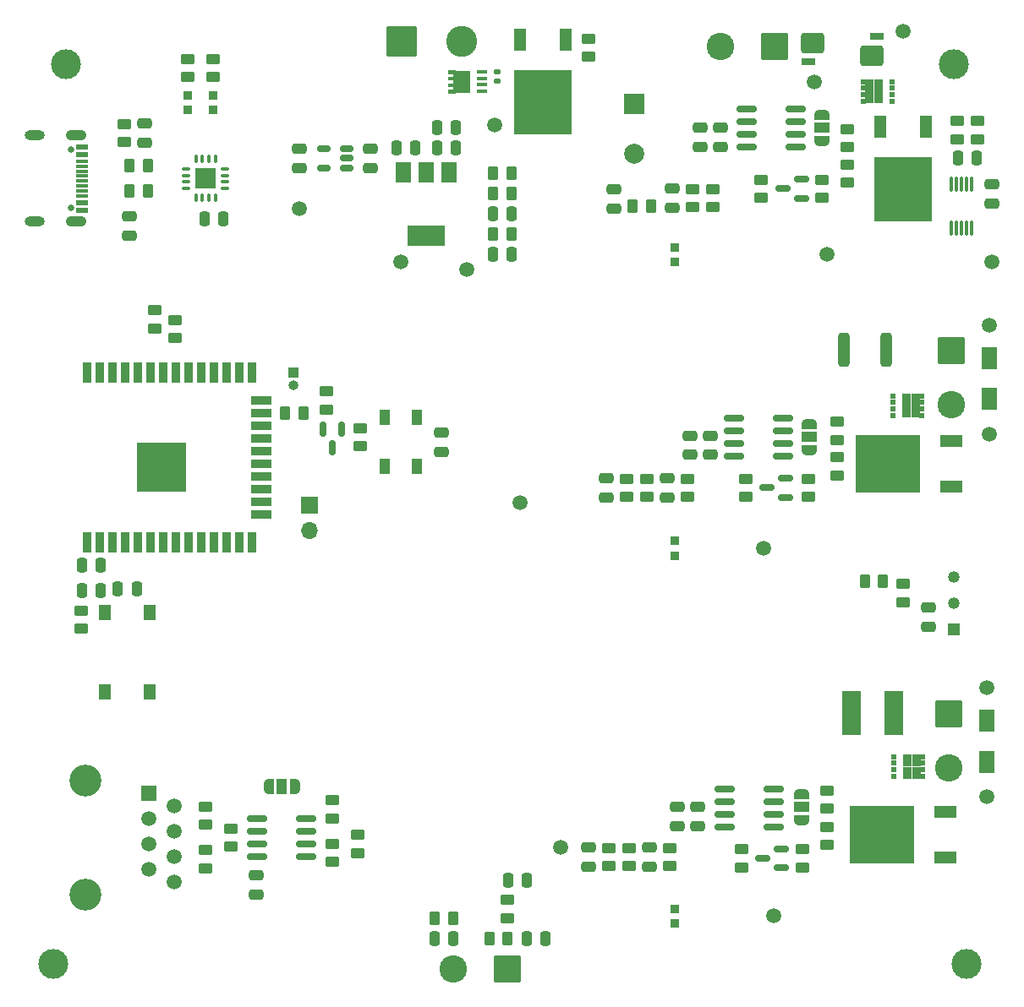
<source format=gts>
%TF.GenerationSoftware,KiCad,Pcbnew,(6.0.0)*%
%TF.CreationDate,2022-03-08T01:27:21+02:00*%
%TF.ProjectId,CDH_ECU1.2,4344485f-4543-4553-912e-322e6b696361,1.2*%
%TF.SameCoordinates,Original*%
%TF.FileFunction,Soldermask,Top*%
%TF.FilePolarity,Negative*%
%FSLAX46Y46*%
G04 Gerber Fmt 4.6, Leading zero omitted, Abs format (unit mm)*
G04 Created by KiCad (PCBNEW (6.0.0)) date 2022-03-08 01:27:21*
%MOMM*%
%LPD*%
G01*
G04 APERTURE LIST*
G04 Aperture macros list*
%AMRoundRect*
0 Rectangle with rounded corners*
0 $1 Rounding radius*
0 $2 $3 $4 $5 $6 $7 $8 $9 X,Y pos of 4 corners*
0 Add a 4 corners polygon primitive as box body*
4,1,4,$2,$3,$4,$5,$6,$7,$8,$9,$2,$3,0*
0 Add four circle primitives for the rounded corners*
1,1,$1+$1,$2,$3*
1,1,$1+$1,$4,$5*
1,1,$1+$1,$6,$7*
1,1,$1+$1,$8,$9*
0 Add four rect primitives between the rounded corners*
20,1,$1+$1,$2,$3,$4,$5,0*
20,1,$1+$1,$4,$5,$6,$7,0*
20,1,$1+$1,$6,$7,$8,$9,0*
20,1,$1+$1,$8,$9,$2,$3,0*%
%AMFreePoly0*
4,1,22,0.550000,-0.750000,0.000000,-0.750000,0.000000,-0.745033,-0.079941,-0.743568,-0.215256,-0.701293,-0.333266,-0.622738,-0.424486,-0.514219,-0.481581,-0.384460,-0.499164,-0.250000,-0.500000,-0.250000,-0.500000,0.250000,-0.499164,0.250000,-0.499963,0.256109,-0.478152,0.396186,-0.417904,0.524511,-0.324060,0.630769,-0.204165,0.706417,-0.067858,0.745374,0.000000,0.744959,0.000000,0.750000,
0.550000,0.750000,0.550000,-0.750000,0.550000,-0.750000,$1*%
%AMFreePoly1*
4,1,20,0.000000,0.744959,0.073905,0.744508,0.209726,0.703889,0.328688,0.626782,0.421226,0.519385,0.479903,0.390333,0.500000,0.250000,0.500000,-0.250000,0.499851,-0.262216,0.476331,-0.402017,0.414519,-0.529596,0.319384,-0.634700,0.198574,-0.708877,0.061801,-0.746166,0.000000,-0.745033,0.000000,-0.750000,-0.550000,-0.750000,-0.550000,0.750000,0.000000,0.750000,0.000000,0.744959,
0.000000,0.744959,$1*%
%AMFreePoly2*
4,1,21,1.372500,0.787500,0.862500,0.787500,0.862500,0.532500,1.372500,0.532500,1.372500,0.127500,0.862500,0.127500,0.862500,-0.127500,1.372500,-0.127500,1.372500,-0.532500,0.862500,-0.532500,0.862500,-0.787500,1.372500,-0.787500,1.372500,-1.195000,0.612500,-1.195000,0.612500,-1.117500,-0.862500,-1.117500,-0.862500,1.117500,0.612500,1.117500,0.612500,1.195000,1.372500,1.195000,
1.372500,0.787500,1.372500,0.787500,$1*%
G04 Aperture macros list end*
%ADD10RoundRect,0.250000X0.475000X-0.250000X0.475000X0.250000X-0.475000X0.250000X-0.475000X-0.250000X0*%
%ADD11RoundRect,0.250000X-1.125000X1.125000X-1.125000X-1.125000X1.125000X-1.125000X1.125000X1.125000X0*%
%ADD12C,2.750000*%
%ADD13RoundRect,0.243600X-0.901400X-0.771400X0.901400X-0.771400X0.901400X0.771400X-0.901400X0.771400X0*%
%ADD14RoundRect,0.091200X-0.608800X-0.288800X0.608800X-0.288800X0.608800X0.288800X-0.608800X0.288800X0*%
%ADD15RoundRect,0.190000X-0.510000X-0.190000X0.510000X-0.190000X0.510000X0.190000X-0.510000X0.190000X0*%
%ADD16RoundRect,0.250000X0.450000X-0.262500X0.450000X0.262500X-0.450000X0.262500X-0.450000X-0.262500X0*%
%ADD17R,0.630000X0.500000*%
%ADD18R,0.950000X1.230000*%
%ADD19C,1.500000*%
%ADD20RoundRect,0.150000X0.587500X0.150000X-0.587500X0.150000X-0.587500X-0.150000X0.587500X-0.150000X0*%
%ADD21RoundRect,0.250000X0.250000X0.475000X-0.250000X0.475000X-0.250000X-0.475000X0.250000X-0.475000X0*%
%ADD22RoundRect,0.250000X-0.450000X0.262500X-0.450000X-0.262500X0.450000X-0.262500X0.450000X0.262500X0*%
%ADD23RoundRect,0.250000X-0.250000X-0.475000X0.250000X-0.475000X0.250000X0.475000X-0.250000X0.475000X0*%
%ADD24R,2.200000X1.200000*%
%ADD25R,6.400000X5.800000*%
%ADD26C,3.200000*%
%ADD27R,1.500000X1.500000*%
%ADD28R,1.200000X2.200000*%
%ADD29R,5.800000X6.400000*%
%ADD30RoundRect,0.250000X-0.262500X-0.450000X0.262500X-0.450000X0.262500X0.450000X-0.262500X0.450000X0*%
%ADD31FreePoly0,270.000000*%
%ADD32R,1.500000X1.000000*%
%ADD33FreePoly1,270.000000*%
%ADD34C,3.000000*%
%ADD35R,1.600000X2.250000*%
%ADD36R,2.000000X2.000000*%
%ADD37C,2.000000*%
%ADD38RoundRect,0.250000X-0.475000X0.250000X-0.475000X-0.250000X0.475000X-0.250000X0.475000X0.250000X0*%
%ADD39RoundRect,0.250000X0.262500X0.450000X-0.262500X0.450000X-0.262500X-0.450000X0.262500X-0.450000X0*%
%ADD40R,0.900000X2.000000*%
%ADD41R,2.000000X0.900000*%
%ADD42R,5.000000X5.000000*%
%ADD43RoundRect,0.250000X0.312500X1.450000X-0.312500X1.450000X-0.312500X-1.450000X0.312500X-1.450000X0*%
%ADD44R,1.190000X1.190000*%
%ADD45C,1.190000*%
%ADD46R,0.950000X0.950000*%
%ADD47FreePoly0,0.000000*%
%ADD48R,1.000000X1.500000*%
%ADD49FreePoly1,0.000000*%
%ADD50R,1.500000X2.000000*%
%ADD51R,3.800000X2.000000*%
%ADD52R,0.990000X0.405000*%
%ADD53FreePoly2,180.000000*%
%ADD54RoundRect,0.150000X0.825000X0.150000X-0.825000X0.150000X-0.825000X-0.150000X0.825000X-0.150000X0*%
%ADD55R,1.700000X1.700000*%
%ADD56O,1.700000X1.700000*%
%ADD57RoundRect,0.250000X1.125000X1.125000X-1.125000X1.125000X-1.125000X-1.125000X1.125000X-1.125000X0*%
%ADD58RoundRect,0.075000X0.075000X-0.650000X0.075000X0.650000X-0.075000X0.650000X-0.075000X-0.650000X0*%
%ADD59R,1.300000X1.550000*%
%ADD60RoundRect,0.150000X0.512500X0.150000X-0.512500X0.150000X-0.512500X-0.150000X0.512500X-0.150000X0*%
%ADD61RoundRect,0.147500X0.172500X-0.147500X0.172500X0.147500X-0.172500X0.147500X-0.172500X-0.147500X0*%
%ADD62RoundRect,0.075000X-0.075000X0.350000X-0.075000X-0.350000X0.075000X-0.350000X0.075000X0.350000X0*%
%ADD63RoundRect,0.075000X-0.350000X0.075000X-0.350000X-0.075000X0.350000X-0.075000X0.350000X0.075000X0*%
%ADD64R,2.100000X2.100000*%
%ADD65RoundRect,0.249999X-1.300001X-1.300001X1.300001X-1.300001X1.300001X1.300001X-1.300001X1.300001X0*%
%ADD66C,3.100000*%
%ADD67C,0.650000*%
%ADD68R,1.150000X0.600000*%
%ADD69R,1.150000X0.300000*%
%ADD70O,2.000000X1.000000*%
%ADD71O,2.100000X1.050000*%
%ADD72R,1.000000X1.000000*%
%ADD73O,1.000000X1.000000*%
%ADD74R,1.900000X4.440000*%
%ADD75RoundRect,0.150000X-0.150000X0.587500X-0.150000X-0.587500X0.150000X-0.587500X0.150000X0.587500X0*%
G04 APERTURE END LIST*
D10*
X177546000Y-63876000D03*
X177546000Y-61976000D03*
D11*
X205486000Y-78232000D03*
D12*
X205486000Y-83632000D03*
D13*
X191579000Y-47371000D03*
D14*
X191134000Y-49276000D03*
D15*
X197994000Y-46736000D03*
D13*
X197549000Y-48641000D03*
D10*
X177038000Y-92898000D03*
X177038000Y-90998000D03*
D16*
X194056000Y-87169000D03*
X194056000Y-85344000D03*
D17*
X199630000Y-82756000D03*
X199630000Y-83396000D03*
X199630000Y-84056000D03*
X199630000Y-84696000D03*
D18*
X200980000Y-83116000D03*
X201930000Y-83116000D03*
D17*
X202510000Y-82756000D03*
D18*
X201930000Y-84336000D03*
D17*
X202510000Y-84056000D03*
D18*
X200980000Y-84336000D03*
D17*
X202510000Y-83396000D03*
X202510000Y-84696000D03*
D10*
X154432000Y-88326000D03*
X154432000Y-86426000D03*
D19*
X191770000Y-51308000D03*
X209296000Y-75692000D03*
D20*
X190500000Y-62926000D03*
X190500000Y-61026000D03*
X188625000Y-61976000D03*
D21*
X155636000Y-137160000D03*
X153736000Y-137160000D03*
D16*
X195072000Y-57808500D03*
X195072000Y-55983500D03*
D22*
X179070000Y-91035500D03*
X179070000Y-92860500D03*
D11*
X205232000Y-114648000D03*
D12*
X205232000Y-120048000D03*
D19*
X186690000Y-98044000D03*
D23*
X159578000Y-68580000D03*
X161478000Y-68580000D03*
D24*
X205436000Y-91848000D03*
D25*
X199136000Y-89568000D03*
D24*
X205436000Y-87288000D03*
D26*
X118745000Y-121285000D03*
X118745000Y-132715000D03*
D27*
X125095000Y-122555000D03*
D19*
X127635000Y-123825000D03*
X125095000Y-125095000D03*
X127635000Y-126365000D03*
X125095000Y-127635000D03*
X127635000Y-128905000D03*
X125095000Y-130175000D03*
X127635000Y-131445000D03*
D28*
X166872000Y-47040000D03*
D29*
X164592000Y-53340000D03*
D28*
X162312000Y-47040000D03*
D30*
X153773500Y-135128000D03*
X155598500Y-135128000D03*
D22*
X161036000Y-133270000D03*
X161036000Y-135095000D03*
D31*
X192532000Y-54580000D03*
D32*
X192532000Y-55880000D03*
D33*
X192532000Y-57180000D03*
D31*
X190500000Y-122652000D03*
D32*
X190500000Y-123952000D03*
D33*
X190500000Y-125252000D03*
D30*
X123190000Y-59690000D03*
X125015000Y-59690000D03*
D34*
X115570000Y-139700000D03*
D22*
X181610000Y-62013500D03*
X181610000Y-63838500D03*
D24*
X204860000Y-129026000D03*
D25*
X198560000Y-126746000D03*
D24*
X204860000Y-124466000D03*
D35*
X209296000Y-78958000D03*
X209296000Y-83058000D03*
D19*
X150368000Y-69342000D03*
D34*
X205740000Y-49530000D03*
D10*
X123190000Y-66670000D03*
X123190000Y-64770000D03*
D36*
X173736000Y-53512323D03*
D37*
X173736000Y-58512323D03*
D16*
X143510000Y-129460000D03*
X143510000Y-127635000D03*
X172974000Y-92860500D03*
X172974000Y-91035500D03*
D38*
X181356000Y-86746000D03*
X181356000Y-88646000D03*
D16*
X190578500Y-130010500D03*
X190578500Y-128185500D03*
X127762000Y-76962000D03*
X127762000Y-75137000D03*
X208102200Y-56993800D03*
X208102200Y-55168800D03*
D22*
X193040000Y-125937000D03*
X193040000Y-127762000D03*
D39*
X175410500Y-63754000D03*
X173585500Y-63754000D03*
D10*
X140208000Y-59878000D03*
X140208000Y-57978000D03*
D23*
X162946000Y-137127000D03*
X164846000Y-137127000D03*
D35*
X209042000Y-115298000D03*
X209042000Y-119398000D03*
D40*
X118915000Y-97400000D03*
X120185000Y-97400000D03*
X121455000Y-97400000D03*
X122725000Y-97400000D03*
X123995000Y-97400000D03*
X125265000Y-97400000D03*
X126535000Y-97400000D03*
X127805000Y-97400000D03*
X129075000Y-97400000D03*
X130345000Y-97400000D03*
X131615000Y-97400000D03*
X132885000Y-97400000D03*
X134155000Y-97400000D03*
X135425000Y-97400000D03*
D41*
X136425000Y-94615000D03*
X136425000Y-93345000D03*
X136425000Y-92075000D03*
X136425000Y-90805000D03*
X136425000Y-89535000D03*
X136425000Y-88265000D03*
X136425000Y-86995000D03*
X136425000Y-85725000D03*
X136425000Y-84455000D03*
X136425000Y-83185000D03*
D40*
X135425000Y-80400000D03*
X134155000Y-80400000D03*
X132885000Y-80400000D03*
X131615000Y-80400000D03*
X130345000Y-80400000D03*
X129075000Y-80400000D03*
X127805000Y-80400000D03*
X126535000Y-80400000D03*
X125265000Y-80400000D03*
X123995000Y-80400000D03*
X122725000Y-80400000D03*
X121455000Y-80400000D03*
X120185000Y-80400000D03*
X118915000Y-80400000D03*
D42*
X126415000Y-89900000D03*
D43*
X198987500Y-78138000D03*
X194712500Y-78138000D03*
D22*
X175006000Y-91035500D03*
X175006000Y-92860500D03*
D23*
X122023500Y-102108000D03*
X123923500Y-102108000D03*
D38*
X169182750Y-128016000D03*
X169182750Y-129916000D03*
D16*
X133350000Y-127912500D03*
X133350000Y-126087500D03*
D17*
X199728000Y-118918000D03*
X199728000Y-119558000D03*
X199728000Y-120218000D03*
X199728000Y-120858000D03*
X202608000Y-119558000D03*
X202608000Y-118918000D03*
D18*
X202028000Y-120498000D03*
X201078000Y-119278000D03*
D17*
X202608000Y-120858000D03*
D18*
X201078000Y-120498000D03*
D17*
X202608000Y-120218000D03*
D18*
X202028000Y-119278000D03*
D16*
X129032000Y-50800000D03*
X129032000Y-48975000D03*
D44*
X205711000Y-106172000D03*
D45*
X205711000Y-103522000D03*
X205711000Y-100872000D03*
D39*
X161036000Y-137127000D03*
X159211000Y-137127000D03*
D46*
X131572000Y-54090000D03*
X131572000Y-52590000D03*
D47*
X137130000Y-121920000D03*
D48*
X138430000Y-121920000D03*
D49*
X139730000Y-121920000D03*
D23*
X118430000Y-99695000D03*
X120330000Y-99695000D03*
D46*
X177800000Y-98782000D03*
X177800000Y-97282000D03*
D16*
X191135000Y-92860500D03*
X191135000Y-91035500D03*
D30*
X159595500Y-60452000D03*
X161420500Y-60452000D03*
D19*
X156972000Y-70104000D03*
D34*
X207010000Y-139700000D03*
D19*
X209042000Y-112014000D03*
D16*
X206095600Y-56993800D03*
X206095600Y-55168800D03*
D19*
X187706000Y-134874000D03*
D16*
X193040000Y-124102500D03*
X193040000Y-122277500D03*
D22*
X142875000Y-82272500D03*
X142875000Y-84097500D03*
D38*
X180086000Y-123952000D03*
X180086000Y-125852000D03*
D10*
X171704000Y-63942000D03*
X171704000Y-62042000D03*
D50*
X155208000Y-60350000D03*
X152908000Y-60350000D03*
X150608000Y-60350000D03*
D51*
X152908000Y-66650000D03*
D22*
X118364000Y-104243500D03*
X118364000Y-106068500D03*
D48*
X151968000Y-84926000D03*
X148768000Y-84926000D03*
X148768000Y-89826000D03*
X151968000Y-89826000D03*
D21*
X161478000Y-64516000D03*
X159578000Y-64516000D03*
D16*
X122682000Y-57300500D03*
X122682000Y-55475500D03*
X171214750Y-129878500D03*
X171214750Y-128053500D03*
D22*
X195072000Y-59539500D03*
X195072000Y-61364500D03*
D52*
X158456500Y-52230000D03*
X158456500Y-51570000D03*
X158456500Y-50910000D03*
X158456500Y-50250000D03*
D53*
X156464000Y-51240000D03*
D28*
X202940000Y-55744000D03*
D29*
X200660000Y-62044000D03*
D28*
X198380000Y-55744000D03*
D54*
X188657000Y-88773000D03*
X188657000Y-87503000D03*
X188657000Y-86233000D03*
X188657000Y-84963000D03*
X183707000Y-84963000D03*
X183707000Y-86233000D03*
X183707000Y-87503000D03*
X183707000Y-88773000D03*
D55*
X141224000Y-93726000D03*
D56*
X141224000Y-96266000D03*
D38*
X147320000Y-57978000D03*
X147320000Y-59878000D03*
D57*
X161036000Y-140208000D03*
D12*
X155636000Y-140208000D03*
D16*
X184482500Y-130010500D03*
X184482500Y-128185500D03*
D19*
X193040000Y-68580000D03*
D58*
X205502000Y-65954000D03*
X206002000Y-65954000D03*
X206502000Y-65954000D03*
X207002000Y-65954000D03*
X207502000Y-65954000D03*
X207502000Y-61554000D03*
X207002000Y-61554000D03*
X206502000Y-61554000D03*
X206002000Y-61554000D03*
X205502000Y-61554000D03*
D38*
X124714000Y-55438000D03*
X124714000Y-57338000D03*
D19*
X159766000Y-55626000D03*
D23*
X149926000Y-57912000D03*
X151826000Y-57912000D03*
D30*
X159595500Y-62484000D03*
X161420500Y-62484000D03*
D16*
X131572000Y-50800000D03*
X131572000Y-48975000D03*
D39*
X198628000Y-101346000D03*
X196803000Y-101346000D03*
D10*
X209550000Y-63434000D03*
X209550000Y-61534000D03*
D23*
X118430000Y-102235000D03*
X120330000Y-102235000D03*
D21*
X208026000Y-58877200D03*
X206126000Y-58877200D03*
D16*
X146050000Y-128547500D03*
X146050000Y-126722500D03*
X200660000Y-103425000D03*
X200660000Y-101600000D03*
D59*
X125223500Y-104478000D03*
X125223500Y-112438000D03*
X120723500Y-112438000D03*
X120723500Y-104478000D03*
D16*
X186436000Y-62888500D03*
X186436000Y-61063500D03*
X192532000Y-62888500D03*
X192532000Y-61063500D03*
X184912000Y-92860500D03*
X184912000Y-91035500D03*
D39*
X125015000Y-62230000D03*
X123190000Y-62230000D03*
D22*
X173246750Y-128053500D03*
X173246750Y-129878500D03*
D38*
X180340000Y-55880000D03*
X180340000Y-57780000D03*
D60*
X144901500Y-59878000D03*
X144901500Y-58928000D03*
X144901500Y-57978000D03*
X142626500Y-57978000D03*
X142626500Y-59878000D03*
D54*
X187706000Y-125984000D03*
X187706000Y-124714000D03*
X187706000Y-123444000D03*
X187706000Y-122174000D03*
X182756000Y-122174000D03*
X182756000Y-123444000D03*
X182756000Y-124714000D03*
X182756000Y-125984000D03*
D20*
X188897500Y-92898000D03*
X188897500Y-90998000D03*
X187022500Y-91948000D03*
D19*
X209550000Y-69342000D03*
D22*
X177310750Y-128053500D03*
X177310750Y-129878500D03*
D12*
X182372000Y-47752000D03*
D57*
X187772000Y-47752000D03*
D19*
X140208000Y-64008000D03*
D38*
X178054000Y-123952000D03*
X178054000Y-125852000D03*
D54*
X189927000Y-57785000D03*
X189927000Y-56515000D03*
X189927000Y-55245000D03*
X189927000Y-53975000D03*
X184977000Y-53975000D03*
X184977000Y-55245000D03*
X184977000Y-56515000D03*
X184977000Y-57785000D03*
D46*
X177800000Y-135624000D03*
X177800000Y-134124000D03*
D34*
X116840000Y-49530000D03*
D38*
X179324000Y-86746000D03*
X179324000Y-88646000D03*
D21*
X132588000Y-65024000D03*
X130688000Y-65024000D03*
D10*
X203200000Y-105852000D03*
X203200000Y-103952000D03*
D22*
X169164000Y-46943000D03*
X169164000Y-48768000D03*
X143510000Y-123270000D03*
X143510000Y-125095000D03*
X130810000Y-128270000D03*
X130810000Y-130095000D03*
D38*
X135890000Y-130810000D03*
X135890000Y-132710000D03*
D19*
X209296000Y-86614000D03*
D23*
X161102000Y-131285000D03*
X163002000Y-131285000D03*
D61*
X160020000Y-51194000D03*
X160020000Y-50224000D03*
D22*
X130810000Y-123905000D03*
X130810000Y-125730000D03*
D46*
X129032000Y-54090000D03*
X129032000Y-52590000D03*
D62*
X131785000Y-59010000D03*
X131135000Y-59010000D03*
X130485000Y-59010000D03*
X129835000Y-59010000D03*
D63*
X128860000Y-59985000D03*
X128860000Y-60635000D03*
X128860000Y-61285000D03*
X128860000Y-61935000D03*
D62*
X129835000Y-62910000D03*
X130485000Y-62910000D03*
X131135000Y-62910000D03*
X131785000Y-62910000D03*
D63*
X132760000Y-61935000D03*
X132760000Y-61285000D03*
X132760000Y-60635000D03*
X132760000Y-59985000D03*
D64*
X130810000Y-60960000D03*
D22*
X194056000Y-88900000D03*
X194056000Y-90725000D03*
D19*
X166370000Y-128016000D03*
D31*
X191262000Y-85568000D03*
D32*
X191262000Y-86868000D03*
D33*
X191262000Y-88168000D03*
D22*
X146304000Y-85955500D03*
X146304000Y-87780500D03*
D38*
X182372000Y-55880000D03*
X182372000Y-57780000D03*
D65*
X150416000Y-47176000D03*
D66*
X156416000Y-47176000D03*
D19*
X162306000Y-93472000D03*
D21*
X155890000Y-55880000D03*
X153990000Y-55880000D03*
D67*
X117345000Y-58070000D03*
X117345000Y-63850000D03*
D68*
X118420000Y-57760000D03*
X118420000Y-58560000D03*
D69*
X118420000Y-59710000D03*
X118420000Y-60710000D03*
X118420000Y-61210000D03*
X118420000Y-62210000D03*
D68*
X118420000Y-64160000D03*
X118420000Y-63360000D03*
D69*
X118420000Y-62710000D03*
X118420000Y-61710000D03*
X118420000Y-60210000D03*
X118420000Y-59210000D03*
D70*
X113665000Y-56640000D03*
X113665000Y-65280000D03*
D71*
X117845000Y-65280000D03*
X117845000Y-56640000D03*
D16*
X125730000Y-75993000D03*
X125730000Y-74168000D03*
D54*
X140905000Y-128905000D03*
X140905000Y-127635000D03*
X140905000Y-126365000D03*
X140905000Y-125095000D03*
X135955000Y-125095000D03*
X135955000Y-126365000D03*
X135955000Y-127635000D03*
X135955000Y-128905000D03*
D17*
X199560000Y-53192000D03*
X199560000Y-52552000D03*
X199560000Y-51892000D03*
X199560000Y-51252000D03*
X196680000Y-51252000D03*
X196680000Y-51892000D03*
X196680000Y-53192000D03*
D18*
X197260000Y-51612000D03*
X198210000Y-52832000D03*
X198210000Y-51612000D03*
D17*
X196680000Y-52552000D03*
D18*
X197260000Y-52832000D03*
D38*
X170942000Y-90998000D03*
X170942000Y-92898000D03*
D22*
X179578000Y-62013500D03*
X179578000Y-63838500D03*
D19*
X209042000Y-122936000D03*
D10*
X175278750Y-129916000D03*
X175278750Y-128016000D03*
D72*
X139564000Y-80376000D03*
D73*
X139564000Y-81646000D03*
D21*
X155890000Y-57912000D03*
X153990000Y-57912000D03*
D19*
X200660000Y-46228000D03*
D39*
X161420500Y-66548000D03*
X159595500Y-66548000D03*
D74*
X199737000Y-114554000D03*
X195487000Y-114554000D03*
D39*
X140612500Y-84455000D03*
X138787500Y-84455000D03*
D20*
X188468000Y-130048000D03*
X188468000Y-128148000D03*
X186593000Y-129098000D03*
D46*
X177800000Y-69330000D03*
X177800000Y-67830000D03*
D75*
X144460000Y-86057500D03*
X142560000Y-86057500D03*
X143510000Y-87932500D03*
M02*

</source>
